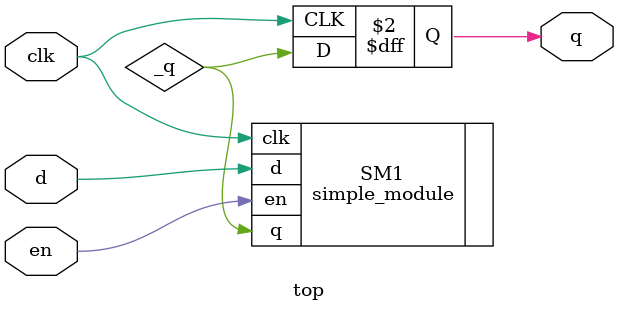
<source format=v>
`timescale 1ns/1ps
module top
(
   input clk,
   input en,
   input d,
   output reg q
);
wire _q;
simple_module SM1(.clk(clk),.en(en),.d(d),.q(_q));
always @(posedge clk)begin
   q<= _q;
end
endmodule

</source>
